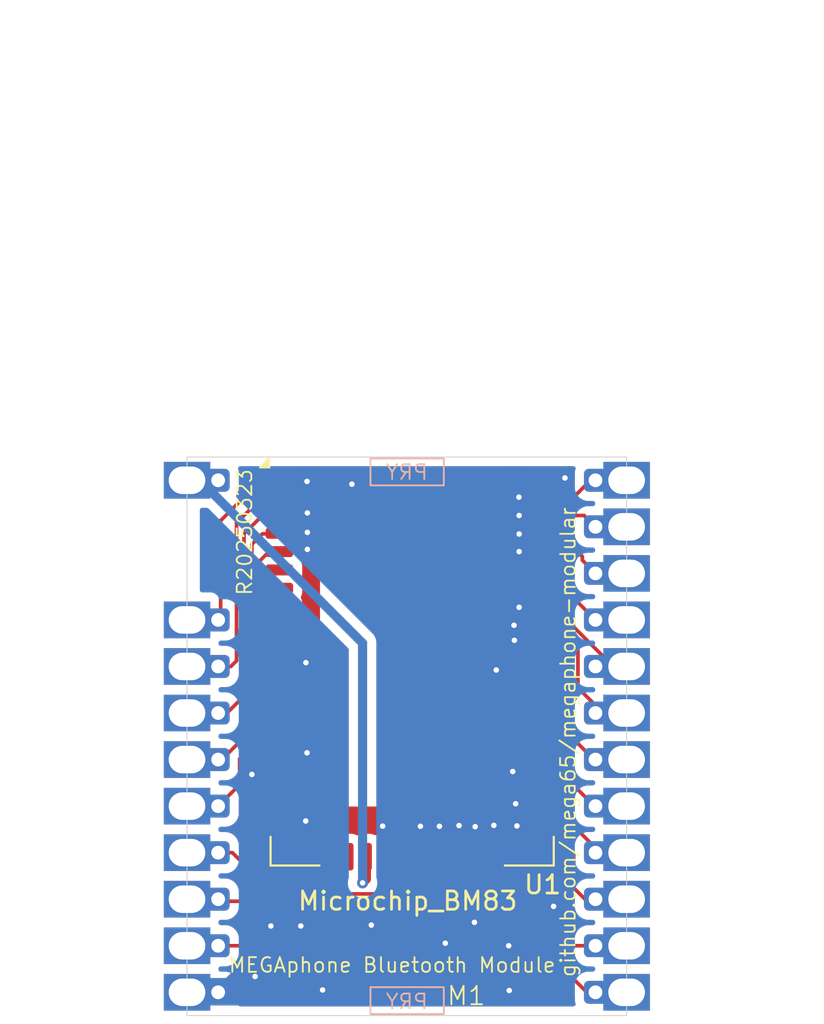
<source format=kicad_pcb>
(kicad_pcb (version 20241229) (generator "pcbnew") (generator_version "9.0")
  (layers (0 "F.Cu" signal) (2 "B.Cu" signal) (13 "F.Paste" user) (15 "B.Paste" user) (5 "F.SilkS" user "F.Silkscreen") (7 "B.SilkS" user "B.Silkscreen") (1 "F.Mask" user) (3 "B.Mask" user) (25 "Edge.Cuts" user))
  (net 0 "")
  (net 28 "UART_CTS")
  (net 29 "UART_RXD")
  (net 30 "UART_TX_IND")
  (net 31 "LED2")
  (net 32 "PWM")
  (net 33 "SDA")
  (net 34 "SCL")
  (net 35 "DR1")
  (net 36 "GND")
  (net 37 "TEMP1")
  (net 38 "UART_TXD")
  (net 39 "MCLK1")
  (net 40 "RFS1")
  (net 41 "GPIO_P2_3")
  (net 42 "SCLK1")
  (net 43 "MFB")
  (net 44 "UART_RTS")
  (net 45 "{slash}RESET")
  (net 46 "TEMP2")
  (net 47 "DT1")
  (net 48 "LED1")
  (net 49 "VCC_3V3")
  (footprint "RF_Module:Microchip_BM83" (layer "F.Cu") (at 109.551 62.382)
    (property "Reference" "U1" (at 7.123 17.275 0) (layer "F.SilkS"))
    (property "Value" "Microchip_BM83" (at -0.243 18.164 0) (layer "F.SilkS"))
    (fp_line (start -7.73 14.66) (end -7.73 16.23) (stroke (width 0.12)) (layer "F.SilkS"))
    (fp_line (start -7.73 16.23) (end -5.06 16.23) (stroke (width 0.12)) (layer "F.SilkS"))
    (fp_line (start 5.06 16.23) (end 7.73 16.23) (stroke (width 0.12)) (layer "F.SilkS"))
    (fp_line (start 7.73 16.23) (end 7.73 14.66) (stroke (width 0.12)) (layer "F.SilkS"))
    (fp_poly (pts (xy -7.8 -5.5) (xy -8.3 -5.5) (xy -7.8 -6) (xy -7.8 -5.5)) (stroke (width 0.12)) (fill yes) (layer "F.SilkS"))
    (pad "1" smd roundrect (at -7.25 -4.9) (size 1.5 0.6) (layers "F.Cu" "F.Mask" "F.Paste") (net 35 "DR1"))
    (pad "2" smd roundrect (at -7.25 -3.9) (size 1.5 0.6) (layers "F.Cu" "F.Mask" "F.Paste") (net 40 "RFS1"))
    (pad "3" smd roundrect (at -7.25 -2.9) (size 1.5 0.6) (layers "F.Cu" "F.Mask" "F.Paste") (net 42 "SCLK1"))
    (pad "4" smd roundrect (at -7.25 -1.9) (size 1.5 0.6) (layers "F.Cu" "F.Mask" "F.Paste") (net 47 "DT1"))
    (pad "5" smd roundrect (at -7.25 -0.9) (size 1.5 0.6) (layers "F.Cu" "F.Mask" "F.Paste") (net 39 "MCLK1"))
    (pad "6" smd roundrect (at -7.25 0.1) (size 1.5 0.6) (layers "F.Cu" "F.Mask" "F.Paste"))
    (pad "7" smd roundrect (at -7.25 1.1) (size 1.5 0.6) (layers "F.Cu" "F.Mask" "F.Paste"))
    (pad "8" smd roundrect (at -7.25 2.1) (size 1.5 0.6) (layers "F.Cu" "F.Mask" "F.Paste"))
    (pad "9" smd roundrect (at -7.25 3.1) (size 1.5 0.6) (layers "F.Cu" "F.Mask" "F.Paste"))
    (pad "10" smd roundrect (at -7.25 4.1) (size 1.5 0.6) (layers "F.Cu" "F.Mask" "F.Paste"))
    (pad "11" smd roundrect (at -7.25 5.1) (size 1.5 0.6) (layers "F.Cu" "F.Mask" "F.Paste"))
    (pad "12" smd roundrect (at -7.25 6.1) (size 1.5 0.6) (layers "F.Cu" "F.Mask" "F.Paste"))
    (pad "13" smd roundrect (at -7.25 7.1) (size 1.5 0.6) (layers "F.Cu" "F.Mask" "F.Paste"))
    (pad "14" smd roundrect (at -7.25 8.1) (size 1.5 0.6) (layers "F.Cu" "F.Mask" "F.Paste"))
    (pad "15" smd roundrect (at -7.25 9.1) (size 1.5 0.6) (layers "F.Cu" "F.Mask" "F.Paste"))
    (pad "16" smd roundrect (at -7.25 10.1) (size 1.5 0.6) (layers "F.Cu" "F.Mask" "F.Paste") (net 36 "GND"))
    (pad "17" smd roundrect (at -7.25 11.1) (size 1.5 0.6) (layers "F.Cu" "F.Mask" "F.Paste"))
    (pad "18" smd roundrect (at -7.25 12.1) (size 1.5 0.6) (layers "F.Cu" "F.Mask" "F.Paste"))
    (pad "19" smd roundrect (at -7.25 13.1) (size 1.5 0.6) (layers "F.Cu" "F.Mask" "F.Paste"))
    (pad "20" smd roundrect (at -7.25 14.1) (size 1.5 0.6) (layers "F.Cu" "F.Mask" "F.Paste"))
    (pad "21" smd roundrect (at -4.5 15.75) (size 0.6 1.5) (layers "F.Cu" "F.Mask" "F.Paste"))
    (pad "22" smd roundrect (at -3.5 15.75) (size 0.6 1.5) (layers "F.Cu" "F.Mask" "F.Paste"))
    (pad "23" smd roundrect (at -2.5 15.75) (size 0.6 1.5) (layers "F.Cu" "F.Mask" "F.Paste") (net 49 "VCC_3V3"))
    (pad "24" smd roundrect (at -1.5 15.75) (size 0.6 1.5) (layers "F.Cu" "F.Mask" "F.Paste"))
    (pad "25" smd roundrect (at -0.5 15.75) (size 0.6 1.5) (layers "F.Cu" "F.Mask" "F.Paste"))
    (pad "26" smd roundrect (at 0.5 15.75) (size 0.6 1.5) (layers "F.Cu" "F.Mask" "F.Paste") (net 43 "MFB"))
    (pad "27" smd roundrect (at 1.5 15.75) (size 0.6 1.5) (layers "F.Cu" "F.Mask" "F.Paste") (net 37 "TEMP1"))
    (pad "28" smd roundrect (at 2.5 15.75) (size 0.6 1.5) (layers "F.Cu" "F.Mask" "F.Paste") (net 46 "TEMP2"))
    (pad "29" smd roundrect (at 3.5 15.75) (size 0.6 1.5) (layers "F.Cu" "F.Mask" "F.Paste") (net 29 "UART_RXD"))
    (pad "30" smd roundrect (at 4.5 15.75) (size 0.6 1.5) (layers "F.Cu" "F.Mask" "F.Paste") (net 38 "UART_TXD"))
    (pad "31" smd roundrect (at 7.25 14.1) (size 1.5 0.6) (layers "F.Cu" "F.Mask" "F.Paste") (net 44 "UART_RTS"))
    (pad "32" smd roundrect (at 7.25 13.1) (size 1.5 0.6) (layers "F.Cu" "F.Mask" "F.Paste") (net 48 "LED1"))
    (pad "33" smd roundrect (at 7.25 12.1) (size 1.5 0.6) (layers "F.Cu" "F.Mask" "F.Paste"))
    (pad "34" smd roundrect (at 7.25 11.1) (size 1.5 0.6) (layers "F.Cu" "F.Mask" "F.Paste") (net 31 "LED2"))
    (pad "35" smd roundrect (at 7.25 10.1) (size 1.5 0.6) (layers "F.Cu" "F.Mask" "F.Paste"))
    (pad "36" smd roundrect (at 7.25 9.1) (size 1.5 0.6) (layers "F.Cu" "F.Mask" "F.Paste"))
    (pad "37" smd roundrect (at 7.25 8.1) (size 1.5 0.6) (layers "F.Cu" "F.Mask" "F.Paste"))
    (pad "38" smd roundrect (at 7.25 7.1) (size 1.5 0.6) (layers "F.Cu" "F.Mask" "F.Paste"))
    (pad "39" smd roundrect (at 7.25 6.1) (size 1.5 0.6) (layers "F.Cu" "F.Mask" "F.Paste"))
    (pad "40" smd roundrect (at 7.25 5.1) (size 1.5 0.6) (layers "F.Cu" "F.Mask" "F.Paste"))
    (pad "41" smd roundrect (at 7.25 4.1) (size 1.5 0.6) (layers "F.Cu" "F.Mask" "F.Paste") (net 32 "PWM"))
    (pad "42" smd roundrect (at 7.25 3.1) (size 1.5 0.6) (layers "F.Cu" "F.Mask" "F.Paste") (net 41 "GPIO_P2_3"))
    (pad "43" smd roundrect (at 7.25 2.1) (size 1.5 0.6) (layers "F.Cu" "F.Mask" "F.Paste") (net 45 "{slash}RESET"))
    (pad "44" smd roundrect (at 7.25 1.1) (size 1.5 0.6) (layers "F.Cu" "F.Mask" "F.Paste"))
    (pad "45" smd roundrect (at 7.25 0.1) (size 1.5 0.6) (layers "F.Cu" "F.Mask" "F.Paste"))
    (pad "46" smd roundrect (at 7.25 -0.9) (size 1.5 0.6) (layers "F.Cu" "F.Mask" "F.Paste") (net 34 "SCL"))
    (pad "47" smd roundrect (at 7.25 -1.9) (size 1.5 0.6) (layers "F.Cu" "F.Mask" "F.Paste") (net 33 "SDA"))
    (pad "48" smd roundrect (at 7.25 -2.9) (size 1.5 0.6) (layers "F.Cu" "F.Mask" "F.Paste") (net 28 "UART_CTS"))
    (pad "49" smd roundrect (at 7.25 -3.9) (size 1.5 0.6) (layers "F.Cu" "F.Mask" "F.Paste") (net 30 "UART_TX_IND"))
    (pad "50" smd roundrect (at 7.25 -4.9) (size 1.5 0.6) (layers "F.Cu" "F.Mask" "F.Paste") (net 36 "GND"))
    (pad "56" smd roundrect (at 4.77 5.53) (size 1.78 1.78) (layers "F.Cu" "F.Mask" "F.Paste") (roundrect_rratio 0.1404494382) (net 36 "GND"))
    (pad "57" smd roundrect (at -3.29 -4.58) (size 2.79 0.76) (layers "F.Cu" "F.Mask" "F.Paste") (net 36 "GND"))
    (zone (net 0) (net_name "") (layer "F.Cu") (connect_pads (clearance 0)) (min_thickness 0.25)
      (keepout (tracks not_allowed) (vias allowed) (pads allowed) (copperpour not_allowed) (footprints allowed))
      (fill (thermal_gap 0.5) (thermal_bridge_width 0.5))
      (polygon (pts (xy 104.521 56.382) (xy 104.521 76.982) (xy 102.051 76.982) (xy 102.051 78.382) (xy 104.551 78.382) (xy 104.551 75.392) (xy 114.551 75.392) (xy 114.551 78.382) (xy 117.051 78.382) (xy 117.051 76.982) (xy 114.701 76.982) (xy 114.701 56.382)))
    )
    (zone (net 0) (net_name "") (layers "F.Cu" "B.Cu" "Cmts.User") (connect_pads (clearance 0)) (min_thickness 0.25)
      (keepout (tracks not_allowed) (vias not_allowed) (pads not_allowed) (copperpour not_allowed) (footprints not_allowed))
      (fill (thermal_gap 0.5) (thermal_bridge_width 0.5))
      (polygon (pts (xy 87.051 31.382) (xy 87.051 56.382) (xy 132.051 56.382) (xy 132.051 31.382)))
    )
  )
  (footprint "MegaCastle:MegaCastle2x12-Module-I24.0x25.7-M9FFFFF-SPAREPAD" (layer "F.Cu") (at 109.26 71.56)
    (property "Reference" "M1" (at 3.241 14.162 0) (layer "F.SilkS") (effects (font (thickness 0.1))))
    (property "Value" "~")
    (fp_rect (start -1.984241 -13.691) (end 2.019516 -15.16) (stroke (width 0.1)) (fill no) (layer "B.SilkS"))
    (fp_rect (start -1.984241 13.691) (end 2.019516 15.16) (stroke (width 0.1)) (fill no) (layer "B.SilkS"))
    (fp_line (start -12 -15.24) (end -12 15.24) (stroke (width 0.05)) (layer "Edge.Cuts"))
    (fp_line (start -12 -15.24) (end 12 -15.24) (stroke (width 0.05)) (layer "Edge.Cuts"))
    (fp_line (start -12 15.24) (end 12 15.24) (stroke (width 0.05)) (layer "Edge.Cuts"))
    (fp_line (start 12 -15.24) (end 12 15.24) (stroke (width 0.05)) (layer "Edge.Cuts"))
    (fp_text user "PRY" (at 0 14.94 0) (layer "B.SilkS") (effects (font (size 0.8 0.8) (thickness 0.1)) (justify bottom mirror)))
    (fp_text user "PRY" (at 0 -13.94 0) (layer "B.SilkS") (effects (font (size 0.8 0.8) (thickness 0.1)) (justify bottom mirror)))
    (pad "1" thru_hole rect (at -12 -13.97) (size 2.54 2) (drill oval 2 1.5) (property pad_prop_castellated) (layers "*.Cu" "*.Mask") (net 49 "VCC_3V3"))
    (pad "1" thru_hole roundrect (at -10.3 -13.97 180) (size 1.25 1.25) (drill 0.75) (layers "*.Cu" "*.Mask") (roundrect_rratio 0.2) (net 49 "VCC_3V3"))
    (pad "4" thru_hole rect (at -12 -6.35) (size 2.54 2) (drill oval 2 1.5) (property pad_prop_castellated) (layers "*.Cu" "*.Mask") (net 35 "DR1"))
    (pad "4" thru_hole roundrect (at -10.3 -6.35 180) (size 1.25 1.25) (drill 0.75) (layers "*.Cu" "*.Mask") (roundrect_rratio 0.2) (net 35 "DR1"))
    (pad "5" thru_hole rect (at -12 -3.81) (size 2.54 2) (drill oval 2 1.5) (property pad_prop_castellated) (layers "*.Cu" "*.Mask") (net 40 "RFS1"))
    (pad "5" thru_hole roundrect (at -10.3 -3.81 180) (size 1.25 1.25) (drill 0.75) (layers "*.Cu" "*.Mask") (roundrect_rratio 0.2) (net 40 "RFS1"))
    (pad "6" thru_hole rect (at -12 -1.27) (size 2.54 2) (drill oval 2 1.5) (property pad_prop_castellated) (layers "*.Cu" "*.Mask") (net 42 "SCLK1"))
    (pad "6" thru_hole roundrect (at -10.3 -1.27 180) (size 1.25 1.25) (drill 0.75) (layers "*.Cu" "*.Mask") (roundrect_rratio 0.2) (net 42 "SCLK1"))
    (pad "7" thru_hole rect (at -12 1.27) (size 2.54 2) (drill oval 2 1.5) (property pad_prop_castellated) (layers "*.Cu" "*.Mask") (net 47 "DT1"))
    (pad "7" thru_hole roundrect (at -10.3 1.27 180) (size 1.25 1.25) (drill 0.75) (layers "*.Cu" "*.Mask") (roundrect_rratio 0.2) (net 47 "DT1"))
    (pad "8" thru_hole rect (at -12 3.81) (size 2.54 2) (drill oval 2 1.5) (property pad_prop_castellated) (layers "*.Cu" "*.Mask") (net 39 "MCLK1"))
    (pad "8" thru_hole roundrect (at -10.3 3.81 180) (size 1.25 1.25) (drill 0.75) (layers "*.Cu" "*.Mask") (roundrect_rratio 0.2) (net 39 "MCLK1"))
    (pad "9" thru_hole rect (at -12 6.35) (size 2.54 2) (drill oval 2 1.5) (property pad_prop_castellated) (layers "*.Cu" "*.Mask") (net 43 "MFB"))
    (pad "9" thru_hole roundrect (at -10.3 6.35 180) (size 1.25 1.25) (drill 0.75) (layers "*.Cu" "*.Mask") (roundrect_rratio 0.2) (net 43 "MFB"))
    (pad "10" thru_hole rect (at -12 8.89) (size 2.54 2) (drill oval 2 1.5) (property pad_prop_castellated) (layers "*.Cu" "*.Mask") (net 37 "TEMP1"))
    (pad "10" thru_hole roundrect (at -10.3 8.89 180) (size 1.25 1.25) (drill 0.75) (layers "*.Cu" "*.Mask") (roundrect_rratio 0.2) (net 37 "TEMP1"))
    (pad "11" thru_hole rect (at -12 11.43) (size 2.54 2) (drill oval 2 1.5) (property pad_prop_castellated) (layers "*.Cu" "*.Mask") (net 46 "TEMP2"))
    (pad "11" thru_hole roundrect (at -10.3 11.43 180) (size 1.25 1.25) (drill 0.75) (layers "*.Cu" "*.Mask") (roundrect_rratio 0.2) (net 46 "TEMP2"))
    (pad "12" thru_hole rect (at -12 13.97) (size 2.54 2) (drill oval 2 1.5) (property pad_prop_castellated) (layers "*.Cu" "*.Mask") (net 36 "GND"))
    (pad "12" thru_hole roundrect (at -10.3 13.97 180) (size 1.25 1.25) (drill 0.75) (layers "*.Cu" "*.Mask") (roundrect_rratio 0.2) (net 36 "GND"))
    (pad "13" thru_hole roundrect (at 10.3 -13.97 180) (size 1.25 1.25) (drill 0.75) (layers "*.Cu" "*.Mask") (roundrect_rratio 0.2) (net 30 "UART_TX_IND"))
    (pad "13" thru_hole rect (at 12 -13.97) (size 2.54 2) (drill oval 2 1.5) (property pad_prop_castellated) (layers "*.Cu" "*.Mask") (net 30 "UART_TX_IND"))
    (pad "14" thru_hole roundrect (at 10.3 -11.43 180) (size 1.25 1.25) (drill 0.75) (layers "*.Cu" "*.Mask") (roundrect_rratio 0.2) (net 28 "UART_CTS"))
    (pad "14" thru_hole rect (at 12 -11.43) (size 2.54 2) (drill oval 2 1.5) (property pad_prop_castellated) (layers "*.Cu" "*.Mask") (net 28 "UART_CTS"))
    (pad "15" thru_hole roundrect (at 10.3 -8.89 180) (size 1.25 1.25) (drill 0.75) (layers "*.Cu" "*.Mask") (roundrect_rratio 0.2) (net 33 "SDA"))
    (pad "15" thru_hole rect (at 12 -8.89) (size 2.54 2) (drill oval 2 1.5) (property pad_prop_castellated) (layers "*.Cu" "*.Mask") (net 33 "SDA"))
    (pad "16" thru_hole roundrect (at 10.3 -6.35 180) (size 1.25 1.25) (drill 0.75) (layers "*.Cu" "*.Mask") (roundrect_rratio 0.2) (net 34 "SCL"))
    (pad "16" thru_hole rect (at 12 -6.35) (size 2.54 2) (drill oval 2 1.5) (property pad_prop_castellated) (layers "*.Cu" "*.Mask") (net 34 "SCL"))
    (pad "17" thru_hole roundrect (at 10.3 -3.81 180) (size 1.25 1.25) (drill 0.75) (layers "*.Cu" "*.Mask") (roundrect_rratio 0.2) (net 45 "{slash}RESET"))
    (pad "17" thru_hole rect (at 12 -3.81) (size 2.54 2) (drill oval 2 1.5) (property pad_prop_castellated) (layers "*.Cu" "*.Mask") (net 45 "{slash}RESET"))
    (pad "18" thru_hole roundrect (at 10.3 -1.27 180) (size 1.25 1.25) (drill 0.75) (layers "*.Cu" "*.Mask") (roundrect_rratio 0.2) (net 41 "GPIO_P2_3"))
    (pad "18" thru_hole rect (at 12 -1.27) (size 2.54 2) (drill oval 2 1.5) (property pad_prop_castellated) (layers "*.Cu" "*.Mask") (net 41 "GPIO_P2_3"))
    (pad "19" thru_hole roundrect (at 10.3 1.27 180) (size 1.25 1.25) (drill 0.75) (layers "*.Cu" "*.Mask") (roundrect_rratio 0.2) (net 32 "PWM"))
    (pad "19" thru_hole rect (at 12 1.27) (size 2.54 2) (drill oval 2 1.5) (property pad_prop_castellated) (layers "*.Cu" "*.Mask") (net 32 "PWM"))
    (pad "20" thru_hole roundrect (at 10.3 3.81 180) (size 1.25 1.25) (drill 0.75) (layers "*.Cu" "*.Mask") (roundrect_rratio 0.2) (net 31 "LED2"))
    (pad "20" thru_hole rect (at 12 3.81) (size 2.54 2) (drill oval 2 1.5) (property pad_prop_castellated) (layers "*.Cu" "*.Mask") (net 31 "LED2"))
    (pad "21" thru_hole roundrect (at 10.3 6.35 180) (size 1.25 1.25) (drill 0.75) (layers "*.Cu" "*.Mask") (roundrect_rratio 0.2) (net 48 "LED1"))
    (pad "21" thru_hole rect (at 12 6.35) (size 2.54 2) (drill oval 2 1.5) (property pad_prop_castellated) (layers "*.Cu" "*.Mask") (net 48 "LED1"))
    (pad "22" thru_hole roundrect (at 10.3 8.89 180) (size 1.25 1.25) (drill 0.75) (layers "*.Cu" "*.Mask") (roundrect_rratio 0.2) (net 44 "UART_RTS"))
    (pad "22" thru_hole rect (at 12 8.89) (size 2.54 2) (drill oval 2 1.5) (property pad_prop_castellated) (layers "*.Cu" "*.Mask") (net 44 "UART_RTS"))
    (pad "23" thru_hole roundrect (at 10.3 11.43 180) (size 1.25 1.25) (drill 0.75) (layers "*.Cu" "*.Mask") (roundrect_rratio 0.2) (net 38 "UART_TXD"))
    (pad "23" thru_hole rect (at 12 11.43) (size 2.54 2) (drill oval 2 1.5) (property pad_prop_castellated) (layers "*.Cu" "*.Mask") (net 38 "UART_TXD"))
    (pad "24" thru_hole roundrect (at 10.3 13.97 180) (size 1.25 1.25) (drill 0.75) (layers "*.Cu" "*.Mask") (roundrect_rratio 0.2) (net 29 "UART_RXD"))
    (pad "24" thru_hole rect (at 12 13.97) (size 2.54 2) (drill oval 2 1.5) (property pad_prop_castellated) (layers "*.Cu" "*.Mask") (net 29 "UART_RXD"))
  )
  (gr_text "MEGAphone Bluetooth Module" (at 99.478 84.514 0) (layer "F.SilkS") (effects (font (size 0.8 0.8) (thickness 0.1)) (justify left bottom)))
  (gr_text "github.com/mega65/megaphone-modular" (at 118.528 84.768 90) (layer "F.SilkS") (effects (font (size 0.8 0.8) (thickness 0.1)) (justify left bottom)))
  (gr_text "R20250323" (at 100.875 63.94 90) (layer "F.SilkS") (effects (font (size 0.8 0.8) (thickness 0.1)) (justify left bottom)))
  (segment (start 118.943 59.513) (end 116.832 59.513) (width 0.2) (layer "F.Cu") (net 28))
  (segment (start 119.56 60.13) (end 118.943 59.513) (width 0.2) (layer "F.Cu") (net 28))
  (segment (start 116.832 59.513) (end 116.801 59.482) (width 0.2) (layer "F.Cu") (net 28))
  (segment (start 120.56 60.13) (end 119.56 60.13) (width 0.2) (layer "F.Cu") (net 28))
  (segment (start 120.56 85.53) (end 119.09 85.53) (width 0.2) (layer "F.Cu") (net 29))
  (segment (start 113.051 79.491) (end 113.051 78.132) (width 0.2) (layer "F.Cu") (net 29))
  (segment (start 119.09 85.53) (end 113.051 79.491) (width 0.2) (layer "F.Cu") (net 29))
  (segment (start 119.293 57.59) (end 118.37 58.513) (width 0.2) (layer "F.Cu") (net 30))
  (segment (start 116.832 58.513) (end 116.801 58.482) (width 0.2) (layer "F.Cu") (net 30))
  (segment (start 118.37 58.513) (end 116.832 58.513) (width 0.2) (layer "F.Cu") (net 30))
  (segment (start 120.56 57.59) (end 119.293 57.59) (width 0.2) (layer "F.Cu") (net 30))
  (segment (start 116.832 73.513) (end 116.801 73.482) (width 0.2) (layer "F.Cu") (net 31))
  (segment (start 120.56 75.37) (end 119.56 75.37) (width 0.2) (layer "F.Cu") (net 31))
  (segment (start 119.499 75.37) (end 117.642 73.513) (width 0.2) (layer "F.Cu") (net 31))
  (segment (start 119.56 75.37) (end 119.499 75.37) (width 0.2) (layer "F.Cu") (net 31))
  (segment (start 117.642 73.513) (end 116.832 73.513) (width 0.2) (layer "F.Cu") (net 31))
  (segment (start 119.56 72.83) (end 119.479 72.83) (width 0.2) (layer "F.Cu") (net 32))
  (segment (start 116.832 66.513) (end 116.801 66.482) (width 0.2) (layer "F.Cu") (net 32))
  (segment (start 118.191 71.542) (end 118.191 66.862) (width 0.2) (layer "F.Cu") (net 32))
  (segment (start 117.842 66.513) (end 116.832 66.513) (width 0.2) (layer "F.Cu") (net 32))
  (segment (start 119.479 72.83) (end 118.191 71.542) (width 0.2) (layer "F.Cu") (net 32))
  (segment (start 120.56 72.83) (end 119.56 72.83) (width 0.2) (layer "F.Cu") (net 32))
  (segment (start 118.191 66.862) (end 117.842 66.513) (width 0.2) (layer "F.Cu") (net 32))
  (segment (start 118.841 61.752) (end 117.602 60.513) (width 0.2) (layer "F.Cu") (net 33))
  (segment (start 118.841 61.951) (end 118.841 61.752) (width 0.2) (layer "F.Cu") (net 33))
  (segment (start 119.56 62.67) (end 118.841 61.951) (width 0.2) (layer "F.Cu") (net 33))
  (segment (start 116.832 60.513) (end 116.801 60.482) (width 0.2) (layer "F.Cu") (net 33))
  (segment (start 117.602 60.513) (end 116.832 60.513) (width 0.2) (layer "F.Cu") (net 33))
  (segment (start 120.56 62.67) (end 119.56 62.67) (width 0.2) (layer "F.Cu") (net 33))
  (segment (start 116.832 61.513) (end 116.801 61.482) (width 0.2) (layer "F.Cu") (net 34))
  (segment (start 117.752 61.513) (end 116.832 61.513) (width 0.2) (layer "F.Cu") (net 34))
  (segment (start 118.261 63.911) (end 118.261 62.022) (width 0.2) (layer "F.Cu") (net 34))
  (segment (start 119.56 65.21) (end 118.261 63.911) (width 0.2) (layer "F.Cu") (net 34))
  (segment (start 118.261 62.022) (end 117.752 61.513) (width 0.2) (layer "F.Cu") (net 34))
  (segment (start 120.56 65.21) (end 119.56 65.21) (width 0.2) (layer "F.Cu") (net 34))
  (segment (start 97.96 65.21) (end 98.081 65.21) (width 0.2) (layer "F.Cu") (net 35))
  (segment (start 99.097 65.073) (end 99.097 59.789001) (width 0.2) (layer "F.Cu") (net 35))
  (segment (start 101.373001 57.513) (end 102.27 57.513) (width 0.2) (layer "F.Cu") (net 35))
  (segment (start 102.27 57.513) (end 102.301 57.482) (width 0.2) (layer "F.Cu") (net 35))
  (segment (start 99.097 59.789001) (end 101.373001 57.513) (width 0.2) (layer "F.Cu") (net 35))
  (segment (start 98.96 65.21) (end 99.097 65.073) (width 0.2) (layer "F.Cu") (net 35))
  (segment (start 116.801 57.482) (end 116.832 57.513) (width 0.5) (layer "F.Cu") (net 36))
  (segment (start 117.843 57.513) (end 117.893 57.463) (width 0.5) (layer "F.Cu") (net 36))
  (segment (start 102.27 72.513) (end 102.301 72.482) (width 0.5) (layer "F.Cu") (net 36))
  (segment (start 100.801 73.642) (end 100.801 73.122) (width 0.5) (layer "F.Cu") (net 36))
  (segment (start 116.832 57.513) (end 117.843 57.513) (width 0.5) (layer "F.Cu") (net 36))
  (segment (start 100.801 73.122) (end 101.41 72.513) (width 0.5) (layer "F.Cu") (net 36))
  (segment (start 101.41 72.513) (end 102.27 72.513) (width 0.5) (layer "F.Cu") (net 36))
  (via (at 103.831 61.362) (size 0.6) (drill 0.3) (layers "F.Cu" "B.Cu") (net 36))
  (via (at 115.391 59.512) (size 0.6) (drill 0.3) (layers "F.Cu" "B.Cu") (net 36))
  (via (at 100.801 73.642) (size 0.6) (drill 0.3) (layers "F.Cu" "B.Cu") (net 36))
  (via (at 107.321 81.862) (size 0.6) (drill 0.3) (layers "F.Cu" "B.Cu") (net 36))
  (via (at 103.831 60.432) (size 0.6) (drill 0.3) (layers "F.Cu" "B.Cu") (net 36))
  (via (at 115.111 65.502) (size 0.6) (drill 0.3) (layers "F.Cu" "B.Cu") (net 36))
  (via (at 112.111 76.432) (size 0.6) (drill 0.3) (layers "F.Cu" "B.Cu") (net 36))
  (via (at 110.001 76.472) (size 0.6) (drill 0.3) (layers "F.Cu" "B.Cu") (net 36))
  (via (at 114.143 67.943) (size 0.6) (drill 0.3) (layers "F.Cu" "B.Cu") (net 36))
  (via (at 101.841 81.912) (size 0.6) (drill 0.3) (layers "F.Cu" "B.Cu") (net 36))
  (via (at 114.821 82.992) (size 0.6) (drill 0.3) (layers "F.Cu" "B.Cu") (net 36))
  (via (at 104.661 85.402) (size 0.6) (drill 0.3) (layers "F.Cu" "B.Cu") (net 36))
  (via (at 103.811 57.652) (size 0.6) (drill 0.3) (layers "F.Cu" "B.Cu") (net 36))
  (via (at 115.271 76.452) (size 0.6) (drill 0.3) (layers "F.Cu" "B.Cu") (net 36))
  (via (at 100.976 84.667) (size 0.6) (drill 0.3) (layers "F.Cu" "B.Cu") (net 36))
  (via (at 103.471 81.912) (size 0.6) (drill 0.3) (layers "F.Cu" "B.Cu") (net 36))
  (via (at 115.041 73.482) (size 0.6) (drill 0.3) (layers "F.Cu" "B.Cu") (net 36))
  (via (at 117.271 80.842) (size 0.6) (drill 0.3) (layers "F.Cu" "B.Cu") (net 36))
  (via (at 103.811 72.462) (size 0.6) (drill 0.3) (layers "F.Cu" "B.Cu") (net 36))
  (via (at 112.951 81.712) (size 0.6) (drill 0.3) (layers "F.Cu" "B.Cu") (net 36))
  (via (at 115.391 61.482) (size 0.6) (drill 0.3) (layers "F.Cu" "B.Cu") (net 36))
  (via (at 106.261 57.802) (size 0.6) (drill 0.3) (layers "F.Cu" "B.Cu") (net 36))
  (via (at 117.893 57.463) (size 0.6) (drill 0.3) (layers "F.Cu" "B.Cu") (net 36))
  (via (at 103.741 76.182) (size 0.6) (drill 0.3) (layers "F.Cu" "B.Cu") (net 36))
  (via (at 115.391 60.522) (size 0.6) (drill 0.3) (layers "F.Cu" "B.Cu") (net 36))
  (via (at 107.941 76.462) (size 0.6) (drill 0.3) (layers "F.Cu" "B.Cu") (net 36))
  (via (at 115.201 75.242) (size 0.6) (drill 0.3) (layers "F.Cu" "B.Cu") (net 36))
  (via (at 115.381 58.512) (size 0.6) (drill 0.3) (layers "F.Cu" "B.Cu") (net 36))
  (via (at 115.131 66.322) (size 0.6) (drill 0.3) (layers "F.Cu" "B.Cu") (net 36))
  (via (at 103.751 67.542) (size 0.6) (drill 0.3) (layers "F.Cu" "B.Cu") (net 36))
  (via (at 112.991 76.492) (size 0.6) (drill 0.3) (layers "F.Cu" "B.Cu") (net 36))
  (via (at 115.391 64.522) (size 0.6) (drill 0.3) (layers "F.Cu" "B.Cu") (net 36))
  (via (at 114.851 85.432) (size 0.6) (drill 0.3) (layers "F.Cu" "B.Cu") (net 36))
  (via (at 111.041 76.472) (size 0.6) (drill 0.3) (layers "F.Cu" "B.Cu") (net 36))
  (via (at 111.361 82.852) (size 0.6) (drill 0.3) (layers "F.Cu" "B.Cu") (net 36))
  (via (at 103.831 59.372) (size 0.6) (drill 0.3) (layers "F.Cu" "B.Cu") (net 36))
  (via (at 114.011 76.422) (size 0.6) (drill 0.3) (layers "F.Cu" "B.Cu") (net 36))
  (segment (start 97.99 85.5) (end 100.143 85.5) (width 1.5) (layer "B.Cu") (net 36))
  (segment (start 97.96 85.53) (end 97.99 85.5) (width 1.5) (layer "B.Cu") (net 36))
  (segment (start 100.976 84.667) (end 101.002 84.641) (width 1.5) (layer "B.Cu") (net 36))
  (segment (start 100.143 85.5) (end 100.976 84.667) (width 1.5) (layer "B.Cu") (net 36))
  (segment (start 111.061 79.052) (end 111.061 78.142) (width 0.2) (layer "F.Cu") (net 37))
  (segment (start 111.061 78.142) (end 111.051 78.132) (width 0.2) (layer "F.Cu") (net 37))
  (segment (start 109.552 80.561) (end 111.061 79.052) (width 0.2) (layer "F.Cu") (net 37))
  (segment (start 97.96 80.45) (end 98.071 80.561) (width 0.2) (layer "F.Cu") (net 37))
  (segment (start 98.071 80.561) (end 109.552 80.561) (width 0.2) (layer "F.Cu") (net 37))
  (segment (start 114.051 79.332) (end 114.051 78.132) (width 0.2) (layer "F.Cu") (net 38))
  (segment (start 117.709 82.99) (end 114.051 79.332) (width 0.2) (layer "F.Cu") (net 38))
  (segment (start 120.56 82.99) (end 117.709 82.99) (width 0.2) (layer "F.Cu") (net 38))
  (segment (start 101.221 62.002) (end 101.221 71.702) (width 0.2) (layer "F.Cu") (net 39))
  (segment (start 101.221 71.702) (end 100.131 72.792) (width 0.2) (layer "F.Cu") (net 39))
  (segment (start 100.131 74.199) (end 98.96 75.37) (width 0.2) (layer "F.Cu") (net 39))
  (segment (start 98.96 75.37) (end 97.96 75.37) (width 0.2) (layer "F.Cu") (net 39))
  (segment (start 101.71 61.513) (end 101.221 62.002) (width 0.2) (layer "F.Cu") (net 39))
  (segment (start 100.131 72.792) (end 100.131 74.199) (width 0.2) (layer "F.Cu") (net 39))
  (segment (start 102.301 61.482) (end 102.27 61.513) (width 0.2) (layer "F.Cu") (net 39))
  (segment (start 102.27 61.513) (end 101.71 61.513) (width 0.2) (layer "F.Cu") (net 39))
  (segment (start 99.653 67.75) (end 98.96 67.75) (width 0.2) (layer "F.Cu") (net 40))
  (segment (start 102.27 58.513) (end 101.373001 58.513) (width 0.2) (layer "F.Cu") (net 40))
  (segment (start 98.96 67.75) (end 97.96 67.75) (width 0.2) (layer "F.Cu") (net 40))
  (segment (start 102.301 58.482) (end 102.27 58.513) (width 0.2) (layer "F.Cu") (net 40))
  (segment (start 99.962501 59.9235) (end 99.9625 59.9235) (width 0.2) (layer "F.Cu") (net 40))
  (segment (start 99.9625 59.9235) (end 99.9625 65.7205) (width 0.2) (layer "F.Cu") (net 40))
  (segment (start 99.961 67.442) (end 99.653 67.75) (width 0.2) (layer "F.Cu") (net 40))
  (segment (start 99.9625 65.7205) (end 99.961 65.722) (width 0.2) (layer "F.Cu") (net 40))
  (segment (start 101.373001 58.513) (end 99.962501 59.9235) (width 0.2) (layer "F.Cu") (net 40))
  (segment (start 99.961 65.722) (end 99.961 67.442) (width 0.2) (layer "F.Cu") (net 40))
  (segment (start 118.601 68.913) (end 118.601 66.502) (width 0.2) (layer "F.Cu") (net 41))
  (segment (start 116.832 65.513) (end 116.801 65.482) (width 0.2) (layer "F.Cu") (net 41))
  (segment (start 118.601 66.502) (end 117.612 65.513) (width 0.2) (layer "F.Cu") (net 41))
  (segment (start 117.612 65.513) (end 116.832 65.513) (width 0.2) (layer "F.Cu") (net 41))
  (segment (start 119.978 70.29) (end 118.601 68.913) (width 0.2) (layer "F.Cu") (net 41))
  (segment (start 120.56 70.29) (end 119.978 70.29) (width 0.2) (layer "F.Cu") (net 41))
  (segment (start 100.371 60.515001) (end 100.371 69.362) (width 0.2) (layer "F.Cu") (net 42))
  (segment (start 102.301 59.482) (end 102.27 59.513) (width 0.2) (layer "F.Cu") (net 42))
  (segment (start 99.443 70.29) (end 97.96 70.29) (width 0.2) (layer "F.Cu") (net 42))
  (segment (start 101.373001 59.513) (end 100.371 60.515001) (width 0.2) (layer "F.Cu") (net 42))
  (segment (start 100.371 69.362) (end 99.443 70.29) (width 0.2) (layer "F.Cu") (net 42))
  (segment (start 102.27 59.513) (end 101.373001 59.513) (width 0.2) (layer "F.Cu") (net 42))
  (segment (start 110.061 79.152) (end 110.061 78.142) (width 0.2) (layer "F.Cu") (net 43))
  (segment (start 101.99 80.161) (end 109.052 80.161) (width 0.2) (layer "F.Cu") (net 43))
  (segment (start 99.739 77.91) (end 101.99 80.161) (width 0.2) (layer "F.Cu") (net 43))
  (segment (start 109.052 80.161) (end 110.061 79.152) (width 0.2) (layer "F.Cu") (net 43))
  (segment (start 110.061 78.142) (end 110.051 78.132) (width 0.2) (layer "F.Cu") (net 43))
  (segment (start 97.96 77.91) (end 99.739 77.91) (width 0.2) (layer "F.Cu") (net 43))
  (segment (start 120.56 80.45) (end 118.989 80.45) (width 0.2) (layer "F.Cu") (net 44))
  (segment (start 118.371 79.832) (end 118.371 78.052) (width 0.2) (layer "F.Cu") (net 44))
  (segment (start 118.989 80.45) (end 118.371 79.832) (width 0.2) (layer "F.Cu") (net 44))
  (segment (start 118.371 78.052) (end 116.801 76.482) (width 0.2) (layer "F.Cu") (net 44))
  (segment (start 118.351 65.142) (end 117.722 64.513) (width 0.2) (layer "F.Cu") (net 45))
  (segment (start 117.722 64.513) (end 116.832 64.513) (width 0.2) (layer "F.Cu") (net 45))
  (segment (start 118.351 65.572) (end 118.351 65.142) (width 0.2) (layer "F.Cu") (net 45))
  (segment (start 120.529 67.75) (end 118.351 65.572) (width 0.2) (layer "F.Cu") (net 45))
  (segment (start 120.56 67.75) (end 120.529 67.75) (width 0.2) (layer "F.Cu") (net 45))
  (segment (start 116.832 64.513) (end 116.801 64.482) (width 0.2) (layer "F.Cu") (net 45))
  (segment (start 108.973 82.99) (end 112.051 79.912) (width 0.2) (layer "F.Cu") (net 46))
  (segment (start 112.051 79.912) (end 112.051 78.132) (width 0.2) (layer "F.Cu") (net 46))
  (segment (start 97.96 82.99) (end 108.973 82.99) (width 0.2) (layer "F.Cu") (net 46))
  (segment (start 102.301 60.482) (end 102.27 60.513) (width 0.2) (layer "F.Cu") (net 47))
  (segment (start 101.373001 60.513) (end 100.801 61.085001) (width 0.2) (layer "F.Cu") (net 47))
  (segment (start 100.801 71.192) (end 99.163 72.83) (width 0.2) (layer "F.Cu") (net 47))
  (segment (start 102.27 60.513) (end 101.373001 60.513) (width 0.2) (layer "F.Cu") (net 47))
  (segment (start 99.163 72.83) (end 97.96 72.83) (width 0.2) (layer "F.Cu") (net 47))
  (segment (start 100.801 61.085001) (end 100.801 71.192) (width 0.2) (layer "F.Cu") (net 47))
  (segment (start 119.819 77.91) (end 117.422 75.513) (width 0.2) (layer "F.Cu") (net 48))
  (segment (start 116.832 75.513) (end 116.801 75.482) (width 0.2) (layer "F.Cu") (net 48))
  (segment (start 117.422 75.513) (end 116.832 75.513) (width 0.2) (layer "F.Cu") (net 48))
  (segment (start 120.56 77.91) (end 119.819 77.91) (width 0.2) (layer "F.Cu") (net 48))
  (segment (start 107.051 78.132) (end 107.051 79.354) (width 0.5) (layer "F.Cu") (net 49))
  (segment (start 107.051 79.354) (end 106.844 79.561) (width 0.5) (layer "F.Cu") (net 49))
  (via (at 106.844 79.561) (size 0.6) (drill 0.3) (layers "F.Cu" "B.Cu") (net 49))
  (segment (start 106.844 79.561) (end 106.844 66.474) (width 0.5) (layer "B.Cu") (net 49))
  (segment (start 106.844 66.474) (end 97.96 57.59) (width 0.5) (layer "B.Cu") (net 49))
  (zone (net 36) (net_name "GND") (layers "F.Cu" "B.Cu") (connect_pads (clearance 0.5)) (min_thickness 0.25) (fill yes (thermal_gap 0.5) (thermal_bridge_width 0.5))
    (polygon (pts (xy 97.96 56.32) (xy 97.96 86.8) (xy 120.56 86.8) (xy 120.56 56.32)))
  )
)
</source>
